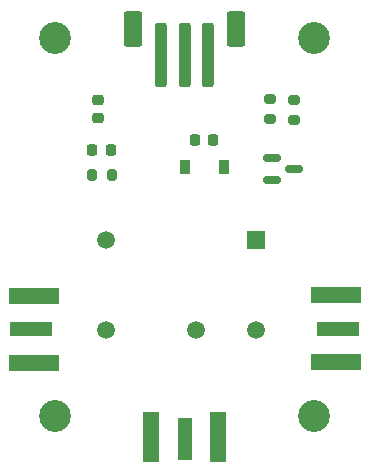
<source format=gbr>
%TF.GenerationSoftware,KiCad,Pcbnew,(6.0.1)*%
%TF.CreationDate,2022-02-11T18:29:39+00:00*%
%TF.ProjectId,Relay_RF_G6E,52656c61-795f-4524-965f-4736452e6b69,rev?*%
%TF.SameCoordinates,Original*%
%TF.FileFunction,Soldermask,Top*%
%TF.FilePolarity,Negative*%
%FSLAX46Y46*%
G04 Gerber Fmt 4.6, Leading zero omitted, Abs format (unit mm)*
G04 Created by KiCad (PCBNEW (6.0.1)) date 2022-02-11 18:29:39*
%MOMM*%
%LPD*%
G01*
G04 APERTURE LIST*
G04 Aperture macros list*
%AMRoundRect*
0 Rectangle with rounded corners*
0 $1 Rounding radius*
0 $2 $3 $4 $5 $6 $7 $8 $9 X,Y pos of 4 corners*
0 Add a 4 corners polygon primitive as box body*
4,1,4,$2,$3,$4,$5,$6,$7,$8,$9,$2,$3,0*
0 Add four circle primitives for the rounded corners*
1,1,$1+$1,$2,$3*
1,1,$1+$1,$4,$5*
1,1,$1+$1,$6,$7*
1,1,$1+$1,$8,$9*
0 Add four rect primitives between the rounded corners*
20,1,$1+$1,$2,$3,$4,$5,0*
20,1,$1+$1,$4,$5,$6,$7,0*
20,1,$1+$1,$6,$7,$8,$9,0*
20,1,$1+$1,$8,$9,$2,$3,0*%
G04 Aperture macros list end*
%ADD10C,2.700000*%
%ADD11R,3.600000X1.270000*%
%ADD12R,4.200000X1.350000*%
%ADD13RoundRect,0.200000X0.200000X0.275000X-0.200000X0.275000X-0.200000X-0.275000X0.200000X-0.275000X0*%
%ADD14RoundRect,0.200000X0.275000X-0.200000X0.275000X0.200000X-0.275000X0.200000X-0.275000X-0.200000X0*%
%ADD15RoundRect,0.225000X0.225000X0.250000X-0.225000X0.250000X-0.225000X-0.250000X0.225000X-0.250000X0*%
%ADD16RoundRect,0.200000X-0.275000X0.200000X-0.275000X-0.200000X0.275000X-0.200000X0.275000X0.200000X0*%
%ADD17RoundRect,0.225000X0.250000X-0.225000X0.250000X0.225000X-0.250000X0.225000X-0.250000X-0.225000X0*%
%ADD18R,1.501140X1.501140*%
%ADD19C,1.501140*%
%ADD20RoundRect,0.250000X-0.250000X-2.500000X0.250000X-2.500000X0.250000X2.500000X-0.250000X2.500000X0*%
%ADD21RoundRect,0.250000X-0.550000X-1.250000X0.550000X-1.250000X0.550000X1.250000X-0.550000X1.250000X0*%
%ADD22RoundRect,0.218750X-0.218750X-0.256250X0.218750X-0.256250X0.218750X0.256250X-0.218750X0.256250X0*%
%ADD23RoundRect,0.150000X-0.587500X-0.150000X0.587500X-0.150000X0.587500X0.150000X-0.587500X0.150000X0*%
%ADD24R,1.270000X3.600000*%
%ADD25R,1.350000X4.200000*%
%ADD26R,0.900000X1.200000*%
G04 APERTURE END LIST*
D10*
%TO.C,H1*%
X104000000Y-104000000D03*
%TD*%
D11*
%TO.C,J2*%
X102023900Y-128701800D03*
D12*
X102223900Y-131526800D03*
X102223900Y-125876800D03*
%TD*%
D13*
%TO.C,R2*%
X108851200Y-115620800D03*
X107201200Y-115620800D03*
%TD*%
D14*
%TO.C,R1*%
X122200000Y-110875000D03*
X122200000Y-109225000D03*
%TD*%
D15*
%TO.C,C2*%
X117449600Y-112699700D03*
X115899600Y-112699700D03*
%TD*%
D16*
%TO.C,R3*%
X124250000Y-109275000D03*
X124250000Y-110925000D03*
%TD*%
D17*
%TO.C,C1*%
X107650000Y-110800000D03*
X107650000Y-109250000D03*
%TD*%
D10*
%TO.C,H4*%
X126000000Y-136000000D03*
%TD*%
%TO.C,H2*%
X104000000Y-136000000D03*
%TD*%
D18*
%TO.C,K1*%
X121091700Y-121108900D03*
D19*
X108391700Y-121108900D03*
X108391700Y-128728900D03*
X116011700Y-128728900D03*
X121091700Y-128728900D03*
%TD*%
D20*
%TO.C,J1*%
X113000000Y-105500000D03*
X115000000Y-105500000D03*
X117000000Y-105500000D03*
D21*
X119400000Y-103250000D03*
X110600000Y-103250000D03*
%TD*%
D11*
%TO.C,J4*%
X128023900Y-128625600D03*
D12*
X127823900Y-125800600D03*
X127823900Y-131450600D03*
%TD*%
D22*
%TO.C,D2*%
X107201200Y-113520800D03*
X108776200Y-113520800D03*
%TD*%
D23*
%TO.C,Q1*%
X122400000Y-114150000D03*
X122400000Y-116050000D03*
X124275000Y-115100000D03*
%TD*%
D10*
%TO.C,H3*%
X126000000Y-104000000D03*
%TD*%
D24*
%TO.C,J3*%
X115000000Y-138000000D03*
D25*
X117825000Y-137800000D03*
X112175000Y-137800000D03*
%TD*%
D26*
%TO.C,D1*%
X115024600Y-114949700D03*
X118324600Y-114949700D03*
%TD*%
M02*

</source>
